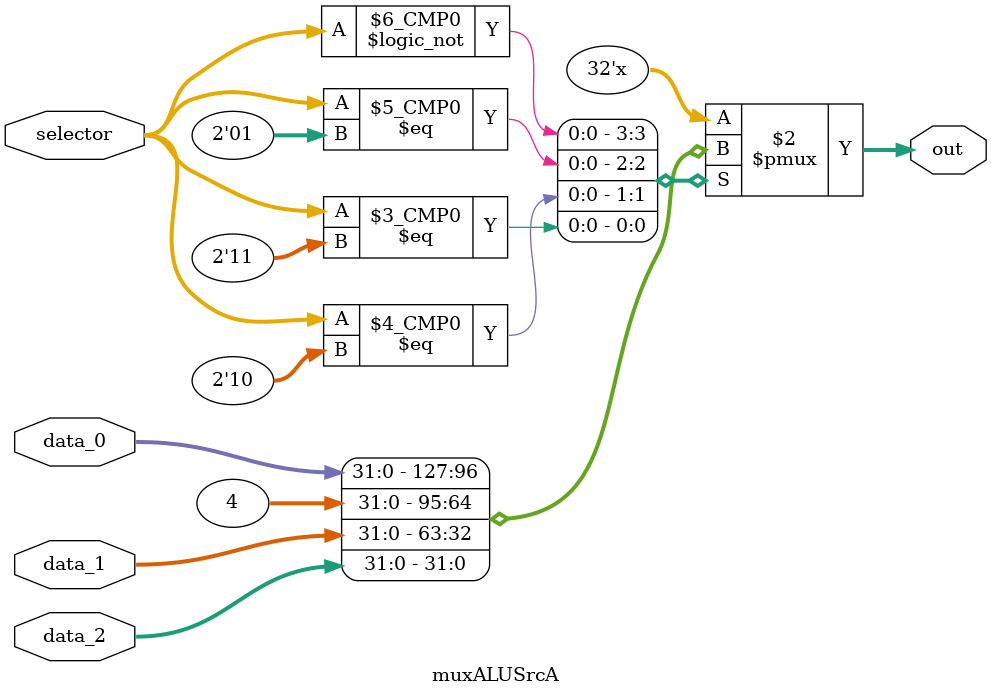
<source format=v>
module muxALUSrcA(
    input wire [1:0] selector,
    input wire [31:0] data_0, data_1, data_2,
    output reg [31:0] out
);

    always @* begin
        case(selector)

            2'b00: out = data_0;
            2'b01: out = 4;
            2'b10: out = data_1;
            2'b11: out = data_2;

        endcase
    end
endmodule
</source>
